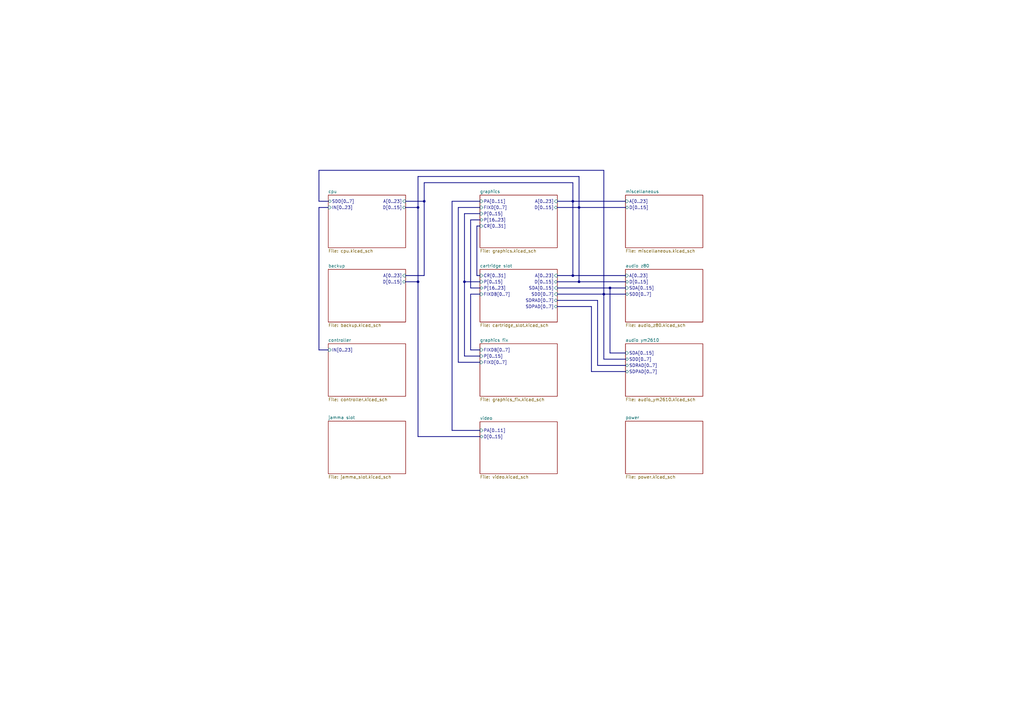
<source format=kicad_sch>
(kicad_sch
	(version 20250114)
	(generator "eeschema")
	(generator_version "9.0")
	(uuid "e3ccbb85-4fef-442b-a6ea-e8dd33563d75")
	(paper "A3")
	(title_block
		(title "NEO-MVH MV1FZS")
		(date "2025-10-13")
		(comment 1 "Not official schematic from SNK")
		(comment 2 "Use at your own discretion")
	)
	(lib_symbols)
	(junction
		(at 237.49 115.57)
		(diameter 0)
		(color 0 0 0 0)
		(uuid "0b5a6178-0a92-43c5-a574-461c89278c72")
	)
	(junction
		(at 171.45 115.57)
		(diameter 0)
		(color 0 0 0 0)
		(uuid "2a7aa7cd-1953-421e-b4c1-fc8e7318c2d4")
	)
	(junction
		(at 237.49 85.09)
		(diameter 0)
		(color 0 0 0 0)
		(uuid "574ea8ae-e1f4-4238-9eb0-1a74c04df59e")
	)
	(junction
		(at 247.65 120.65)
		(diameter 0)
		(color 0 0 0 0)
		(uuid "614ccd9a-450b-4cdd-b3f5-5ebebeb810bd")
	)
	(junction
		(at 250.19 118.11)
		(diameter 0)
		(color 0 0 0 0)
		(uuid "63ed300e-fb12-430b-879d-937a33894dbd")
	)
	(junction
		(at 171.45 85.09)
		(diameter 0)
		(color 0 0 0 0)
		(uuid "721eb663-1335-41f9-8302-fb902fa9a9d2")
	)
	(junction
		(at 234.95 82.55)
		(diameter 0)
		(color 0 0 0 0)
		(uuid "a0c01535-4db7-4280-85f2-f19ed1898185")
	)
	(junction
		(at 173.99 82.55)
		(diameter 0)
		(color 0 0 0 0)
		(uuid "a234d56b-fbbf-4d58-a757-2f4b083c22fd")
	)
	(junction
		(at 234.95 113.03)
		(diameter 0)
		(color 0 0 0 0)
		(uuid "cf6101c2-1026-4e00-bc54-ab9e75a60306")
	)
	(junction
		(at 190.5 115.57)
		(diameter 0)
		(color 0 0 0 0)
		(uuid "f94871ae-f81b-4198-ac68-89d979f6877b")
	)
	(bus
		(pts
			(xy 166.37 85.09) (xy 171.45 85.09)
		)
		(stroke
			(width 0)
			(type default)
		)
		(uuid "00819f31-a36b-43dd-8aa4-5d7a3fad2929")
	)
	(bus
		(pts
			(xy 134.62 82.55) (xy 130.81 82.55)
		)
		(stroke
			(width 0)
			(type default)
		)
		(uuid "0574c800-30ff-4111-afb5-a657aa9ced7a")
	)
	(bus
		(pts
			(xy 228.6 115.57) (xy 237.49 115.57)
		)
		(stroke
			(width 0)
			(type default)
		)
		(uuid "0587e72f-8419-4587-97c7-a6ff86166a21")
	)
	(bus
		(pts
			(xy 130.81 85.09) (xy 134.62 85.09)
		)
		(stroke
			(width 0)
			(type default)
		)
		(uuid "09d19294-8372-4031-b522-be33a6eff914")
	)
	(bus
		(pts
			(xy 134.62 143.51) (xy 130.81 143.51)
		)
		(stroke
			(width 0)
			(type default)
		)
		(uuid "0b200a43-7dec-4f98-8aca-81744bb23f82")
	)
	(bus
		(pts
			(xy 228.6 82.55) (xy 234.95 82.55)
		)
		(stroke
			(width 0)
			(type default)
		)
		(uuid "0eca867a-b6f5-4898-97a7-fbec0d09de14")
	)
	(bus
		(pts
			(xy 185.42 82.55) (xy 196.85 82.55)
		)
		(stroke
			(width 0)
			(type default)
		)
		(uuid "0fc947ea-b5a3-4f2d-8a69-16587844a71e")
	)
	(bus
		(pts
			(xy 187.96 85.09) (xy 187.96 148.59)
		)
		(stroke
			(width 0)
			(type default)
		)
		(uuid "14f9d6db-a6d0-4098-b8da-9983835b5b3f")
	)
	(bus
		(pts
			(xy 171.45 85.09) (xy 171.45 115.57)
		)
		(stroke
			(width 0)
			(type default)
		)
		(uuid "1841a1b4-cb2f-4316-9ba0-138ba70cd0c9")
	)
	(bus
		(pts
			(xy 190.5 87.63) (xy 196.85 87.63)
		)
		(stroke
			(width 0)
			(type default)
		)
		(uuid "1984e2e3-39e1-4895-95ae-fc43892f5522")
	)
	(bus
		(pts
			(xy 245.11 123.19) (xy 245.11 149.86)
		)
		(stroke
			(width 0)
			(type default)
		)
		(uuid "1ae21a04-da5a-438b-bb01-414138ab8ee9")
	)
	(bus
		(pts
			(xy 250.19 144.78) (xy 256.54 144.78)
		)
		(stroke
			(width 0)
			(type default)
		)
		(uuid "22a733c6-ed62-4dda-a9b3-350e785f3ebd")
	)
	(bus
		(pts
			(xy 173.99 74.93) (xy 234.95 74.93)
		)
		(stroke
			(width 0)
			(type default)
		)
		(uuid "26daf655-c93f-4dca-aeeb-4cd3915f8420")
	)
	(bus
		(pts
			(xy 250.19 118.11) (xy 256.54 118.11)
		)
		(stroke
			(width 0)
			(type default)
		)
		(uuid "36a1aa31-2d74-4972-b8dd-b8df5372144c")
	)
	(bus
		(pts
			(xy 173.99 113.03) (xy 166.37 113.03)
		)
		(stroke
			(width 0)
			(type default)
		)
		(uuid "37cdcd12-e204-4a26-a86d-3703f2292f37")
	)
	(bus
		(pts
			(xy 245.11 149.86) (xy 256.54 149.86)
		)
		(stroke
			(width 0)
			(type default)
		)
		(uuid "4367c360-fca7-4950-a0dd-8ad68cd880ba")
	)
	(bus
		(pts
			(xy 196.85 113.03) (xy 195.58 113.03)
		)
		(stroke
			(width 0)
			(type default)
		)
		(uuid "455a6242-b035-4cff-8024-be0b7f1569ae")
	)
	(bus
		(pts
			(xy 234.95 82.55) (xy 234.95 113.03)
		)
		(stroke
			(width 0)
			(type default)
		)
		(uuid "491f459b-dcf0-45ee-b5b9-c9efbbb86b25")
	)
	(bus
		(pts
			(xy 130.81 143.51) (xy 130.81 85.09)
		)
		(stroke
			(width 0)
			(type default)
		)
		(uuid "4ae20a8d-47a5-4c14-8df4-6a84f980099c")
	)
	(bus
		(pts
			(xy 190.5 115.57) (xy 190.5 87.63)
		)
		(stroke
			(width 0)
			(type default)
		)
		(uuid "4bf689ed-d805-4d86-b010-8fc654618570")
	)
	(bus
		(pts
			(xy 130.81 82.55) (xy 130.81 69.85)
		)
		(stroke
			(width 0)
			(type default)
		)
		(uuid "4e494df3-8470-450a-908f-80d2c94d433a")
	)
	(bus
		(pts
			(xy 185.42 176.53) (xy 185.42 82.55)
		)
		(stroke
			(width 0)
			(type default)
		)
		(uuid "50fdae2b-9a66-4289-951f-e31e359c6c41")
	)
	(bus
		(pts
			(xy 237.49 85.09) (xy 256.54 85.09)
		)
		(stroke
			(width 0)
			(type default)
		)
		(uuid "51f733a8-8be2-40f2-9b4c-db0df905d601")
	)
	(bus
		(pts
			(xy 171.45 115.57) (xy 166.37 115.57)
		)
		(stroke
			(width 0)
			(type default)
		)
		(uuid "53c69009-97df-4f54-832b-c672855b7fc6")
	)
	(bus
		(pts
			(xy 242.57 125.73) (xy 242.57 152.4)
		)
		(stroke
			(width 0)
			(type default)
		)
		(uuid "60c51e7c-a02d-4b4c-9833-aa8f5ce28c35")
	)
	(bus
		(pts
			(xy 196.85 143.51) (xy 193.04 143.51)
		)
		(stroke
			(width 0)
			(type default)
		)
		(uuid "60da9f53-8563-47b3-a584-9bb412e90599")
	)
	(bus
		(pts
			(xy 193.04 143.51) (xy 193.04 120.65)
		)
		(stroke
			(width 0)
			(type default)
		)
		(uuid "6ff2b728-b76d-4372-ac19-e56b2083a0e6")
	)
	(bus
		(pts
			(xy 234.95 74.93) (xy 234.95 82.55)
		)
		(stroke
			(width 0)
			(type default)
		)
		(uuid "74b1b304-19a3-4c23-8863-5186c76004d9")
	)
	(bus
		(pts
			(xy 166.37 82.55) (xy 173.99 82.55)
		)
		(stroke
			(width 0)
			(type default)
		)
		(uuid "762b8e98-146d-4b43-9b60-b8dea0f4a34c")
	)
	(bus
		(pts
			(xy 193.04 90.17) (xy 193.04 118.11)
		)
		(stroke
			(width 0)
			(type default)
		)
		(uuid "76f7d670-1aea-4cf7-b117-8160c87da9ec")
	)
	(bus
		(pts
			(xy 250.19 118.11) (xy 250.19 144.78)
		)
		(stroke
			(width 0)
			(type default)
		)
		(uuid "7c5274a0-0cb9-43ed-8b7a-7fefb0cfa5a9")
	)
	(bus
		(pts
			(xy 193.04 118.11) (xy 196.85 118.11)
		)
		(stroke
			(width 0)
			(type default)
		)
		(uuid "7e15de1b-d37b-4cbf-9db1-3eb009d1fcf7")
	)
	(bus
		(pts
			(xy 237.49 115.57) (xy 256.54 115.57)
		)
		(stroke
			(width 0)
			(type default)
		)
		(uuid "7f414bfe-c072-45a7-aed1-8f2d37572c32")
	)
	(bus
		(pts
			(xy 247.65 147.32) (xy 247.65 120.65)
		)
		(stroke
			(width 0)
			(type default)
		)
		(uuid "81bc49b2-197a-47a3-996b-d54d57cf368b")
	)
	(bus
		(pts
			(xy 195.58 92.71) (xy 196.85 92.71)
		)
		(stroke
			(width 0)
			(type default)
		)
		(uuid "836479e9-25e0-46dd-9eac-78f0ce59b449")
	)
	(bus
		(pts
			(xy 256.54 147.32) (xy 247.65 147.32)
		)
		(stroke
			(width 0)
			(type default)
		)
		(uuid "84d24a12-d755-4f1c-97a8-31388a61a160")
	)
	(bus
		(pts
			(xy 234.95 113.03) (xy 256.54 113.03)
		)
		(stroke
			(width 0)
			(type default)
		)
		(uuid "8a52c758-2b9d-4c7d-b881-83cc147fadc0")
	)
	(bus
		(pts
			(xy 185.42 176.53) (xy 196.85 176.53)
		)
		(stroke
			(width 0)
			(type default)
		)
		(uuid "8d516781-e63d-4a57-b30b-de3ea5c1c3f9")
	)
	(bus
		(pts
			(xy 247.65 69.85) (xy 247.65 120.65)
		)
		(stroke
			(width 0)
			(type default)
		)
		(uuid "8fa061b5-878f-4bba-a07b-350d2ff9a8de")
	)
	(bus
		(pts
			(xy 228.6 123.19) (xy 245.11 123.19)
		)
		(stroke
			(width 0)
			(type default)
		)
		(uuid "958c23bf-db73-4515-8cd9-c12a6b4117ba")
	)
	(bus
		(pts
			(xy 171.45 179.07) (xy 171.45 115.57)
		)
		(stroke
			(width 0)
			(type default)
		)
		(uuid "9bdc85e9-4db4-4379-8f8f-ed6bfa2de0b7")
	)
	(bus
		(pts
			(xy 228.6 85.09) (xy 237.49 85.09)
		)
		(stroke
			(width 0)
			(type default)
		)
		(uuid "a0abbbb2-5d55-4ea5-b5dd-cf7dd8eda362")
	)
	(bus
		(pts
			(xy 171.45 179.07) (xy 196.85 179.07)
		)
		(stroke
			(width 0)
			(type default)
		)
		(uuid "a3d17977-90a3-4d59-885b-540c8bf38751")
	)
	(bus
		(pts
			(xy 237.49 72.39) (xy 237.49 85.09)
		)
		(stroke
			(width 0)
			(type default)
		)
		(uuid "a420a15b-d7ef-4754-b8b2-866be8cee22f")
	)
	(bus
		(pts
			(xy 173.99 74.93) (xy 173.99 82.55)
		)
		(stroke
			(width 0)
			(type default)
		)
		(uuid "a485deaf-4852-494f-9ac8-4646e3fe346d")
	)
	(bus
		(pts
			(xy 234.95 82.55) (xy 256.54 82.55)
		)
		(stroke
			(width 0)
			(type default)
		)
		(uuid "a54d115b-febe-4e8e-b2f5-494a44e8432f")
	)
	(bus
		(pts
			(xy 130.81 69.85) (xy 247.65 69.85)
		)
		(stroke
			(width 0)
			(type default)
		)
		(uuid "a5828f59-0be7-474a-8b48-de68caf945d1")
	)
	(bus
		(pts
			(xy 228.6 120.65) (xy 247.65 120.65)
		)
		(stroke
			(width 0)
			(type default)
		)
		(uuid "acbb4ceb-0ee8-4750-b71c-163c986b93ec")
	)
	(bus
		(pts
			(xy 228.6 118.11) (xy 250.19 118.11)
		)
		(stroke
			(width 0)
			(type default)
		)
		(uuid "aecbf528-c4ed-4f47-a147-211a1c8296d6")
	)
	(bus
		(pts
			(xy 242.57 152.4) (xy 256.54 152.4)
		)
		(stroke
			(width 0)
			(type default)
		)
		(uuid "af28efd5-64f9-4c09-8ba0-fc4e7c2f7530")
	)
	(bus
		(pts
			(xy 196.85 90.17) (xy 193.04 90.17)
		)
		(stroke
			(width 0)
			(type default)
		)
		(uuid "b0a31b77-0ff4-4478-8d9d-cebff3a975e6")
	)
	(bus
		(pts
			(xy 190.5 146.05) (xy 190.5 115.57)
		)
		(stroke
			(width 0)
			(type default)
		)
		(uuid "baab7543-7761-4893-9a78-aad0c793b725")
	)
	(bus
		(pts
			(xy 196.85 115.57) (xy 190.5 115.57)
		)
		(stroke
			(width 0)
			(type default)
		)
		(uuid "c0557e1a-840c-4973-8757-6a5d37942fb3")
	)
	(bus
		(pts
			(xy 234.95 113.03) (xy 228.6 113.03)
		)
		(stroke
			(width 0)
			(type default)
		)
		(uuid "c0dc2688-2395-45d1-9e7b-a4ae59a45dce")
	)
	(bus
		(pts
			(xy 237.49 72.39) (xy 171.45 72.39)
		)
		(stroke
			(width 0)
			(type default)
		)
		(uuid "c9666979-5bd8-4255-8c80-88107c5d1dad")
	)
	(bus
		(pts
			(xy 187.96 85.09) (xy 196.85 85.09)
		)
		(stroke
			(width 0)
			(type default)
		)
		(uuid "c9a845cd-d731-4f66-98c9-32086780ca28")
	)
	(bus
		(pts
			(xy 187.96 148.59) (xy 196.85 148.59)
		)
		(stroke
			(width 0)
			(type default)
		)
		(uuid "cf550aa2-de9a-40e2-85e4-d93207a3fbbf")
	)
	(bus
		(pts
			(xy 237.49 85.09) (xy 237.49 115.57)
		)
		(stroke
			(width 0)
			(type default)
		)
		(uuid "d35bf312-0987-4fde-a425-5d8bf34e74fb")
	)
	(bus
		(pts
			(xy 247.65 120.65) (xy 256.54 120.65)
		)
		(stroke
			(width 0)
			(type default)
		)
		(uuid "d40fd436-c987-43fb-8988-289803382c54")
	)
	(bus
		(pts
			(xy 173.99 82.55) (xy 173.99 113.03)
		)
		(stroke
			(width 0)
			(type default)
		)
		(uuid "d46a1d1e-189c-4d16-8bc0-2a5a5838887b")
	)
	(bus
		(pts
			(xy 195.58 113.03) (xy 195.58 92.71)
		)
		(stroke
			(width 0)
			(type default)
		)
		(uuid "d60f89dc-193f-4ddb-bd64-e10edc0bd83b")
	)
	(bus
		(pts
			(xy 193.04 120.65) (xy 196.85 120.65)
		)
		(stroke
			(width 0)
			(type default)
		)
		(uuid "d76552b4-9192-437d-93bb-bd4f8c24c942")
	)
	(bus
		(pts
			(xy 228.6 125.73) (xy 242.57 125.73)
		)
		(stroke
			(width 0)
			(type default)
		)
		(uuid "d88ba41f-c8b0-496a-807c-7b331345ab56")
	)
	(bus
		(pts
			(xy 196.85 146.05) (xy 190.5 146.05)
		)
		(stroke
			(width 0)
			(type default)
		)
		(uuid "ea7d27f8-a31a-42d5-bbe6-6747a23e99b5")
	)
	(bus
		(pts
			(xy 171.45 72.39) (xy 171.45 85.09)
		)
		(stroke
			(width 0)
			(type default)
		)
		(uuid "f777d998-9fda-4142-aef6-c05cc40753e7")
	)
	(sheet
		(at 134.62 140.97)
		(size 31.75 21.59)
		(exclude_from_sim no)
		(in_bom yes)
		(on_board yes)
		(dnp no)
		(fields_autoplaced yes)
		(stroke
			(width 0.1524)
			(type solid)
		)
		(fill
			(color 0 0 0 0.0000)
		)
		(uuid "08be8719-496f-4ef2-b504-b1c507a837ee")
		(property "Sheetname" "controller"
			(at 134.62 140.2584 0)
			(effects
				(font
					(size 1.27 1.27)
				)
				(justify left bottom)
			)
		)
		(property "Sheetfile" "controller.kicad_sch"
			(at 134.62 163.1446 0)
			(effects
				(font
					(size 1.27 1.27)
				)
				(justify left top)
			)
		)
		(pin "IN[0..23]" input
			(at 134.62 143.51 180)
			(uuid "e7c35ca9-7029-4092-8ca7-44b36957981c")
			(effects
				(font
					(size 1.27 1.27)
				)
				(justify left)
			)
		)
		(instances
			(project "mv1fzs"
				(path "/e3ccbb85-4fef-442b-a6ea-e8dd33563d75"
					(page "3")
				)
			)
		)
	)
	(sheet
		(at 196.85 140.97)
		(size 31.75 21.59)
		(exclude_from_sim no)
		(in_bom yes)
		(on_board yes)
		(dnp no)
		(fields_autoplaced yes)
		(stroke
			(width 0.1524)
			(type solid)
		)
		(fill
			(color 0 0 0 0.0000)
		)
		(uuid "16dc8eac-74cc-459d-8ad1-79cb9b551e60")
		(property "Sheetname" "graphics fix"
			(at 196.85 140.2584 0)
			(effects
				(font
					(size 1.27 1.27)
				)
				(justify left bottom)
			)
		)
		(property "Sheetfile" "graphics_fix.kicad_sch"
			(at 196.85 163.1446 0)
			(effects
				(font
					(size 1.27 1.27)
				)
				(justify left top)
			)
		)
		(pin "FIXD[0..7]" input
			(at 196.85 148.59 180)
			(uuid "7f34612d-2224-4639-99f3-3845ca1ea4cf")
			(effects
				(font
					(size 1.27 1.27)
				)
				(justify left)
			)
		)
		(pin "P[0..15]" input
			(at 196.85 146.05 180)
			(uuid "1dc0059b-7429-4a1e-9ed9-7654ddf88e8b")
			(effects
				(font
					(size 1.27 1.27)
				)
				(justify left)
			)
		)
		(pin "FIXDB[0..7]" input
			(at 196.85 143.51 180)
			(uuid "09b891f6-d66e-4fdb-82a3-e7168088227d")
			(effects
				(font
					(size 1.27 1.27)
				)
				(justify left)
			)
		)
		(instances
			(project "mv1fzs"
				(path "/e3ccbb85-4fef-442b-a6ea-e8dd33563d75"
					(page "12")
				)
			)
		)
	)
	(sheet
		(at 134.62 110.49)
		(size 31.75 21.59)
		(exclude_from_sim no)
		(in_bom yes)
		(on_board yes)
		(dnp no)
		(fields_autoplaced yes)
		(stroke
			(width 0.1524)
			(type solid)
		)
		(fill
			(color 0 0 0 0.0000)
		)
		(uuid "2c869e1b-8de5-44b7-9b51-d25df4b9d1b1")
		(property "Sheetname" "backup"
			(at 134.62 109.7784 0)
			(effects
				(font
					(size 1.27 1.27)
				)
				(justify left bottom)
			)
		)
		(property "Sheetfile" "backup.kicad_sch"
			(at 134.62 132.6646 0)
			(effects
				(font
					(size 1.27 1.27)
				)
				(justify left top)
			)
		)
		(pin "A[0..23]" input
			(at 166.37 113.03 0)
			(uuid "26bbc38a-3dd1-4b1c-b283-a857742c75d2")
			(effects
				(font
					(size 1.27 1.27)
				)
				(justify right)
			)
		)
		(pin "D[0..15]" bidirectional
			(at 166.37 115.57 0)
			(uuid "db390eb7-b251-4215-939d-9378b10b2602")
			(effects
				(font
					(size 1.27 1.27)
				)
				(justify right)
			)
		)
		(instances
			(project "mv1fzs"
				(path "/e3ccbb85-4fef-442b-a6ea-e8dd33563d75"
					(page "2")
				)
			)
		)
	)
	(sheet
		(at 196.85 110.49)
		(size 31.75 21.59)
		(exclude_from_sim no)
		(in_bom yes)
		(on_board yes)
		(dnp no)
		(fields_autoplaced yes)
		(stroke
			(width 0.1524)
			(type solid)
		)
		(fill
			(color 0 0 0 0.0000)
		)
		(uuid "2d38d46b-e1aa-4672-97f8-d9eb5686086b")
		(property "Sheetname" "cartridge slot"
			(at 196.85 109.7784 0)
			(effects
				(font
					(size 1.27 1.27)
				)
				(justify left bottom)
			)
		)
		(property "Sheetfile" "cartridge_slot.kicad_sch"
			(at 196.85 132.6646 0)
			(effects
				(font
					(size 1.27 1.27)
				)
				(justify left top)
			)
		)
		(pin "D[0..15]" tri_state
			(at 228.6 115.57 0)
			(uuid "978cf142-4a25-4447-b980-c62ecd904d79")
			(effects
				(font
					(size 1.27 1.27)
				)
				(justify right)
			)
		)
		(pin "SDA[0..15]" input
			(at 228.6 118.11 0)
			(uuid "38f26bab-1ac6-40d7-8210-96b032d50380")
			(effects
				(font
					(size 1.27 1.27)
				)
				(justify right)
			)
		)
		(pin "P[0..15]" input
			(at 196.85 115.57 180)
			(uuid "1d8704f2-efaf-4100-ac2a-9b4b84effe61")
			(effects
				(font
					(size 1.27 1.27)
				)
				(justify left)
			)
		)
		(pin "P[16..23]" tri_state
			(at 196.85 118.11 180)
			(uuid "8cd64447-4738-4373-aa41-3ef305d7ee6e")
			(effects
				(font
					(size 1.27 1.27)
				)
				(justify left)
			)
		)
		(pin "SDRAD[0..7]" tri_state
			(at 228.6 123.19 0)
			(uuid "ececb421-27f3-4d71-bb99-612dd4ca7108")
			(effects
				(font
					(size 1.27 1.27)
				)
				(justify right)
			)
		)
		(pin "SDPAD[0..7]" tri_state
			(at 228.6 125.73 0)
			(uuid "ffffca94-8f12-4ffb-9d0a-149024d06b5c")
			(effects
				(font
					(size 1.27 1.27)
				)
				(justify right)
			)
		)
		(pin "A[0..23]" input
			(at 228.6 113.03 0)
			(uuid "67f42c0d-ab3d-40a9-8f76-9d18090e2f10")
			(effects
				(font
					(size 1.27 1.27)
				)
				(justify right)
			)
		)
		(pin "SDD[0..7]" input
			(at 228.6 120.65 0)
			(uuid "36f61ad3-32a1-42b7-8f9c-81db7a8d0816")
			(effects
				(font
					(size 1.27 1.27)
				)
				(justify right)
			)
		)
		(pin "CR[0..31]" input
			(at 196.85 113.03 180)
			(uuid "9ab13fb4-d556-46c9-97de-3db9568ecd51")
			(effects
				(font
					(size 1.27 1.27)
				)
				(justify left)
			)
		)
		(pin "FIXDB[0..7]" input
			(at 196.85 120.65 180)
			(uuid "dacf5c1e-e16f-444b-99e8-dd24b54f8f88")
			(effects
				(font
					(size 1.27 1.27)
				)
				(justify left)
			)
		)
		(instances
			(project "mv1fzs"
				(path "/e3ccbb85-4fef-442b-a6ea-e8dd33563d75"
					(page "7")
				)
			)
		)
	)
	(sheet
		(at 134.62 80.01)
		(size 31.75 21.59)
		(exclude_from_sim no)
		(in_bom yes)
		(on_board yes)
		(dnp no)
		(fields_autoplaced yes)
		(stroke
			(width 0.1524)
			(type solid)
		)
		(fill
			(color 0 0 0 0.0000)
		)
		(uuid "3277972b-4d20-4e93-8b02-4fd7a1246578")
		(property "Sheetname" "cpu"
			(at 134.62 79.2984 0)
			(effects
				(font
					(size 1.27 1.27)
				)
				(justify left bottom)
			)
		)
		(property "Sheetfile" "cpu.kicad_sch"
			(at 134.62 102.1846 0)
			(effects
				(font
					(size 1.27 1.27)
				)
				(justify left top)
			)
		)
		(pin "A[0..23]" input
			(at 166.37 82.55 0)
			(uuid "3c0fe76f-a376-48e4-95a9-0ad985cddb11")
			(effects
				(font
					(size 1.27 1.27)
				)
				(justify right)
			)
		)
		(pin "D[0..15]" bidirectional
			(at 166.37 85.09 0)
			(uuid "a9558f9c-7c8d-4946-9e02-594a9343b25b")
			(effects
				(font
					(size 1.27 1.27)
				)
				(justify right)
			)
		)
		(pin "SDD[0..7]" bidirectional
			(at 134.62 82.55 180)
			(uuid "1bbb2581-5b9b-4915-8d48-4a3b037da87d")
			(effects
				(font
					(size 1.27 1.27)
				)
				(justify left)
			)
		)
		(pin "IN[0..23]" input
			(at 134.62 85.09 180)
			(uuid "f6ca256c-df0b-4461-9bb7-08e83bf3cefc")
			(effects
				(font
					(size 1.27 1.27)
				)
				(justify left)
			)
		)
		(instances
			(project "mv1fzs"
				(path "/e3ccbb85-4fef-442b-a6ea-e8dd33563d75"
					(page "4")
				)
			)
		)
	)
	(sheet
		(at 134.62 172.72)
		(size 31.75 21.59)
		(exclude_from_sim no)
		(in_bom yes)
		(on_board yes)
		(dnp no)
		(fields_autoplaced yes)
		(stroke
			(width 0.1524)
			(type solid)
		)
		(fill
			(color 0 0 0 0.0000)
		)
		(uuid "3d2956b1-01fb-4610-9695-bf1ddf68a77d")
		(property "Sheetname" "jamma slot"
			(at 134.62 172.0084 0)
			(effects
				(font
					(size 1.27 1.27)
				)
				(justify left bottom)
			)
		)
		(property "Sheetfile" "jamma_slot.kicad_sch"
			(at 134.62 194.8946 0)
			(effects
				(font
					(size 1.27 1.27)
				)
				(justify left top)
			)
		)
		(instances
			(project "mv1fzs"
				(path "/e3ccbb85-4fef-442b-a6ea-e8dd33563d75"
					(page "12")
				)
			)
		)
	)
	(sheet
		(at 256.54 80.01)
		(size 31.75 21.59)
		(exclude_from_sim no)
		(in_bom yes)
		(on_board yes)
		(dnp no)
		(fields_autoplaced yes)
		(stroke
			(width 0.1524)
			(type solid)
		)
		(fill
			(color 0 0 0 0.0000)
		)
		(uuid "61ae6d35-23e4-4a8c-a1b5-b4f6fb53e7b5")
		(property "Sheetname" "miscellaneous"
			(at 256.54 79.2984 0)
			(effects
				(font
					(size 1.27 1.27)
				)
				(justify left bottom)
			)
		)
		(property "Sheetfile" "miscellaneous.kicad_sch"
			(at 256.54 102.1846 0)
			(effects
				(font
					(size 1.27 1.27)
				)
				(justify left top)
			)
		)
		(pin "D[0..15]" bidirectional
			(at 256.54 85.09 180)
			(uuid "b5fe5c53-0e52-4feb-beb1-749c28c31a66")
			(effects
				(font
					(size 1.27 1.27)
				)
				(justify left)
			)
		)
		(pin "A[0..23]" input
			(at 256.54 82.55 180)
			(uuid "a7033384-f198-4c74-82a8-b8da10001858")
			(effects
				(font
					(size 1.27 1.27)
				)
				(justify left)
			)
		)
		(instances
			(project "mv1fzs"
				(path "/e3ccbb85-4fef-442b-a6ea-e8dd33563d75"
					(page "13")
				)
			)
		)
	)
	(sheet
		(at 256.54 172.72)
		(size 31.75 21.59)
		(exclude_from_sim no)
		(in_bom yes)
		(on_board yes)
		(dnp no)
		(fields_autoplaced yes)
		(stroke
			(width 0.1524)
			(type solid)
		)
		(fill
			(color 0 0 0 0.0000)
		)
		(uuid "9a14e241-9066-4f29-b4f5-8781c0f07d3b")
		(property "Sheetname" "power"
			(at 256.54 172.0084 0)
			(effects
				(font
					(size 1.27 1.27)
				)
				(justify left bottom)
			)
		)
		(property "Sheetfile" "power.kicad_sch"
			(at 256.54 194.8946 0)
			(effects
				(font
					(size 1.27 1.27)
				)
				(justify left top)
			)
		)
		(instances
			(project "mv1fzs"
				(path "/e3ccbb85-4fef-442b-a6ea-e8dd33563d75"
					(page "5")
				)
			)
		)
	)
	(sheet
		(at 196.85 172.974)
		(size 31.75 21.336)
		(exclude_from_sim no)
		(in_bom yes)
		(on_board yes)
		(dnp no)
		(fields_autoplaced yes)
		(stroke
			(width 0.1524)
			(type solid)
		)
		(fill
			(color 0 0 0 0.0000)
		)
		(uuid "9c83bf44-eda8-48ce-98c4-6389b414ffe9")
		(property "Sheetname" "video"
			(at 196.85 172.2624 0)
			(effects
				(font
					(size 1.27 1.27)
				)
				(justify left bottom)
			)
		)
		(property "Sheetfile" "video.kicad_sch"
			(at 196.85 194.8946 0)
			(effects
				(font
					(size 1.27 1.27)
				)
				(justify left top)
			)
		)
		(pin "PA[0..11]" input
			(at 196.85 176.53 180)
			(uuid "a27ba32b-36ce-43fd-ac72-4039f60cb090")
			(effects
				(font
					(size 1.27 1.27)
				)
				(justify left)
			)
		)
		(pin "D[0..15]" bidirectional
			(at 196.85 179.07 180)
			(uuid "8c6b22a2-4790-4e33-813b-2c6bb3a7d05f")
			(effects
				(font
					(size 1.27 1.27)
				)
				(justify left)
			)
		)
		(instances
			(project "mv1fzs"
				(path "/e3ccbb85-4fef-442b-a6ea-e8dd33563d75"
					(page "10")
				)
			)
		)
	)
	(sheet
		(at 256.54 110.49)
		(size 31.75 21.59)
		(exclude_from_sim no)
		(in_bom yes)
		(on_board yes)
		(dnp no)
		(fields_autoplaced yes)
		(stroke
			(width 0.1524)
			(type solid)
		)
		(fill
			(color 0 0 0 0.0000)
		)
		(uuid "a7bf1b97-e9f7-40e1-9034-e8e43ba7e2ba")
		(property "Sheetname" "audio z80"
			(at 256.54 109.7784 0)
			(effects
				(font
					(size 1.27 1.27)
				)
				(justify left bottom)
			)
		)
		(property "Sheetfile" "audio_z80.kicad_sch"
			(at 256.54 132.6646 0)
			(effects
				(font
					(size 1.27 1.27)
				)
				(justify left top)
			)
		)
		(pin "D[0..15]" bidirectional
			(at 256.54 115.57 180)
			(uuid "4a6f357a-e6c5-4d97-9099-3e2820d5daa4")
			(effects
				(font
					(size 1.27 1.27)
				)
				(justify left)
			)
		)
		(pin "A[0..23]" input
			(at 256.54 113.03 180)
			(uuid "06997bfd-f25c-4178-9b53-edc0d426a881")
			(effects
				(font
					(size 1.27 1.27)
				)
				(justify left)
			)
		)
		(pin "SDD[0..7]" bidirectional
			(at 256.54 120.65 180)
			(uuid "e5075012-a719-45c2-88bc-b1f681bacf26")
			(effects
				(font
					(size 1.27 1.27)
				)
				(justify left)
			)
		)
		(pin "SDA[0..15]" input
			(at 256.54 118.11 180)
			(uuid "0ce9fcbd-901d-4b78-9ec8-27b1e3afc9ad")
			(effects
				(font
					(size 1.27 1.27)
				)
				(justify left)
			)
		)
		(instances
			(project "mv1fzs"
				(path "/e3ccbb85-4fef-442b-a6ea-e8dd33563d75"
					(page "8")
				)
			)
		)
	)
	(sheet
		(at 256.54 140.97)
		(size 31.75 21.59)
		(exclude_from_sim no)
		(in_bom yes)
		(on_board yes)
		(dnp no)
		(fields_autoplaced yes)
		(stroke
			(width 0.1524)
			(type solid)
		)
		(fill
			(color 0 0 0 0.0000)
		)
		(uuid "cf160827-ae96-4eec-8cda-35f7db08d5aa")
		(property "Sheetname" "audio ym2610"
			(at 256.54 140.2584 0)
			(effects
				(font
					(size 1.27 1.27)
				)
				(justify left bottom)
			)
		)
		(property "Sheetfile" "audio_ym2610.kicad_sch"
			(at 256.54 163.1446 0)
			(effects
				(font
					(size 1.27 1.27)
				)
				(justify left top)
			)
		)
		(pin "SDRAD[0..7]" bidirectional
			(at 256.54 149.86 180)
			(uuid "78a7aa67-1f0d-4871-a76a-9f5faa3c162a")
			(effects
				(font
					(size 1.27 1.27)
				)
				(justify left)
			)
		)
		(pin "SDPAD[0..7]" bidirectional
			(at 256.54 152.4 180)
			(uuid "96402d7e-3598-4e7f-8c47-f9ce45774403")
			(effects
				(font
					(size 1.27 1.27)
				)
				(justify left)
			)
		)
		(pin "SDA[0..15]" input
			(at 256.54 144.78 180)
			(uuid "e26727d0-1dcf-4671-b671-8e55bf2a4668")
			(effects
				(font
					(size 1.27 1.27)
				)
				(justify left)
			)
		)
		(pin "SDD[0..7]" bidirectional
			(at 256.54 147.32 180)
			(uuid "91822c88-46cb-4ac4-9e2a-ca10f68395c9")
			(effects
				(font
					(size 1.27 1.27)
				)
				(justify left)
			)
		)
		(instances
			(project "mv1fzs"
				(path "/e3ccbb85-4fef-442b-a6ea-e8dd33563d75"
					(page "9")
				)
			)
		)
	)
	(sheet
		(at 196.85 80.01)
		(size 31.75 21.59)
		(exclude_from_sim no)
		(in_bom yes)
		(on_board yes)
		(dnp no)
		(fields_autoplaced yes)
		(stroke
			(width 0.1524)
			(type solid)
		)
		(fill
			(color 0 0 0 0.0000)
		)
		(uuid "fc9f7e5b-1623-4b45-af11-0addc14d7fa5")
		(property "Sheetname" "graphics"
			(at 196.85 79.2984 0)
			(effects
				(font
					(size 1.27 1.27)
				)
				(justify left bottom)
			)
		)
		(property "Sheetfile" "graphics.kicad_sch"
			(at 196.85 102.1846 0)
			(effects
				(font
					(size 1.27 1.27)
				)
				(justify left top)
			)
		)
		(pin "FIXD[0..7]" input
			(at 196.85 85.09 180)
			(uuid "6d5d7287-0656-477c-a421-7590c72ead88")
			(effects
				(font
					(size 1.27 1.27)
				)
				(justify left)
			)
		)
		(pin "P[0..15]" input
			(at 196.85 87.63 180)
			(uuid "b27647f6-9235-4e01-a4e6-0fe59176db92")
			(effects
				(font
					(size 1.27 1.27)
				)
				(justify left)
			)
		)
		(pin "A[0..23]" input
			(at 228.6 82.55 0)
			(uuid "c15539fb-019c-4107-bbde-1e25973ec5a6")
			(effects
				(font
					(size 1.27 1.27)
				)
				(justify right)
			)
		)
		(pin "D[0..15]" bidirectional
			(at 228.6 85.09 0)
			(uuid "02fc6cfa-104c-4de5-aca3-93fe53a64d6f")
			(effects
				(font
					(size 1.27 1.27)
				)
				(justify right)
			)
		)
		(pin "P[16..23]" bidirectional
			(at 196.85 90.17 180)
			(uuid "a04ff79c-08b9-44da-bde9-ad9a540c743a")
			(effects
				(font
					(size 1.27 1.27)
				)
				(justify left)
			)
		)
		(pin "CR[0..31]" input
			(at 196.85 92.71 180)
			(uuid "9ec3fc5d-2db6-4020-b5f2-4fe416b50fd9")
			(effects
				(font
					(size 1.27 1.27)
				)
				(justify left)
			)
		)
		(pin "PA[0..11]" input
			(at 196.85 82.55 180)
			(uuid "e9c15677-e60d-4749-bbb6-3493fbc50bb9")
			(effects
				(font
					(size 1.27 1.27)
				)
				(justify left)
			)
		)
		(instances
			(project "mv1fzs"
				(path "/e3ccbb85-4fef-442b-a6ea-e8dd33563d75"
					(page "6")
				)
			)
		)
	)
	(sheet_instances
		(path "/"
			(page "1")
		)
	)
	(embedded_fonts no)
)

</source>
